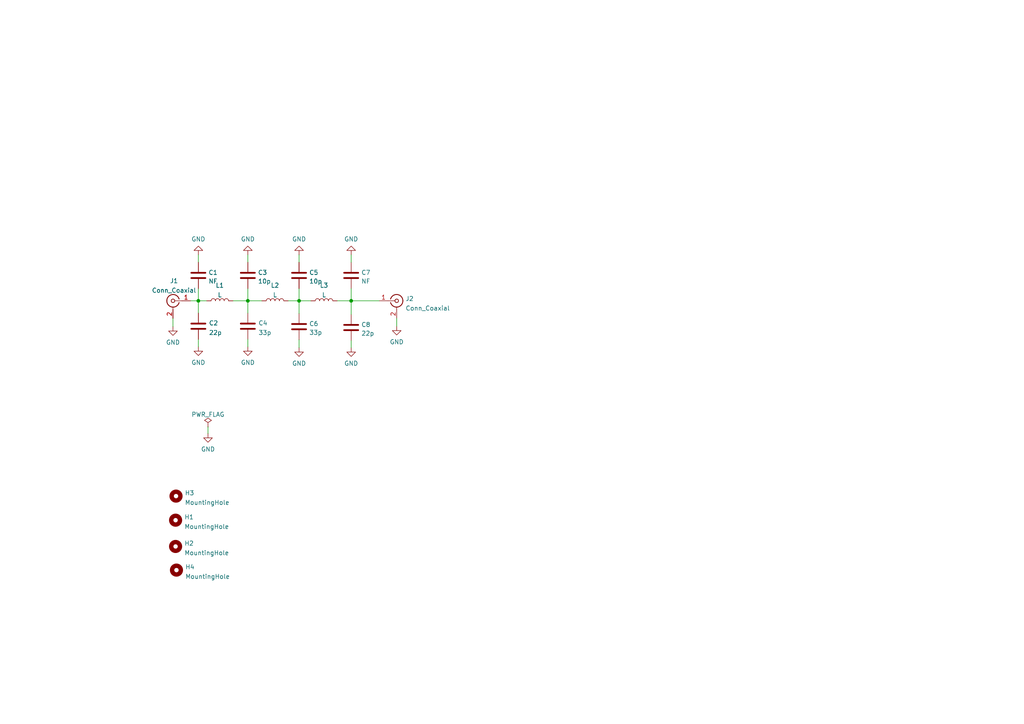
<source format=kicad_sch>
(kicad_sch (version 20211123) (generator eeschema)
  (paper "A4")
  (lib_symbols
    (symbol "Connector:Conn_Coaxial" (pin_names (offset 1.016) hide)
      (property "Reference" "J" (at 0.254 3.048 0))
      (property "Value" "Conn_Coaxial" (at 2.921 0 90))
      (symbol "Conn_Coaxial_0_1"
        (arc (start -1.778 -0.508) (mid 0.222 -1.808) (end 1.778 0) (stroke (width 0.254)))
        (polyline (pts (xy -2.54 0) (xy -0.508 0)))
        (polyline (pts (xy 0 -2.54) (xy 0 -1.778)))
        (circle (center 0 0) (radius 0.508) (stroke (width 0.2032)))
        (arc (start 1.778 0) (mid 0.222 1.8083) (end -1.778 0.508) (stroke (width 0.254)))
      )
      (symbol "Conn_Coaxial_1_1"
        (pin passive line (at -5.08 0 0) (length 2.54) (name "In") (number "1"))
        (pin passive line (at 0 -5.08 90) (length 2.54) (name "Ext") (number "2"))
      )
    )
    (symbol "Device:C" (pin_numbers hide) (pin_names (offset 0.254))
      (property "Reference" "C" (at 0.635 2.54 0))
      (property "Value" "C" (at 0.635 -2.54 0))
      (symbol "C_0_1"
        (polyline (pts (xy -2.032 -0.762) (xy 2.032 -0.762)) (stroke (width 0.508)))
        (polyline (pts (xy -2.032 0.762) (xy 2.032 0.762)) (stroke (width 0.508)))
      )
      (symbol "C_1_1"
        (pin passive line (at 0 3.81 270) (length 2.794) (name "~") (number "1"))
        (pin passive line (at 0 -3.81 90) (length 2.794) (name "~") (number "2"))
      )
    )
    (symbol "Device:L" (pin_numbers hide) (pin_names (offset 1.016) hide)
      (property "Reference" "L" (at -1.27 0 90))
      (property "Value" "L" (at 1.905 0 90))
      (symbol "L_0_1"
        (arc (start 0 -2.54) (mid 0.635 -1.905) (end 0 -1.27))
        (arc (start 0 -1.27) (mid 0.635 -0.635) (end 0 0))
        (arc (start 0 0) (mid 0.635 0.635) (end 0 1.27))
        (arc (start 0 1.27) (mid 0.635 1.905) (end 0 2.54))
      )
      (symbol "L_1_1"
        (pin passive line (at 0 3.81 270) (length 1.27) (name "1") (number "1"))
        (pin passive line (at 0 -3.81 90) (length 1.27) (name "2") (number "2"))
      )
    )
    (symbol "Mechanical:MountingHole" (pin_names (offset 1.016))
      (property "Reference" "H" (at 0 5.08 0))
      (property "Value" "MountingHole" (at 0 3.175 0))
      (symbol "MountingHole_0_1"
        (circle (center 0 0) (radius 1.27) (stroke (width 1.27)))
      )
    )
    (symbol "power:GND" (power) (pin_names (offset 0))
      (property "Value" "GND" (at 0 -3.81 0))
      (symbol "GND_0_1"
        (polyline (pts (xy 0 0) (xy 0 -1.27) (xy 1.27 -1.27) (xy 0 -2.54) (xy -1.27 -1.27) (xy 0 -1.27)))
      )
      (symbol "GND_1_1"
        (pin power_in line (at 0 0 270) (length 0) hide (name "GND") (number "1"))
      )
    )
    (symbol "power:PWR_FLAG" (power) (pin_numbers hide) (pin_names (offset 0) hide)
      (property "Value" "PWR_FLAG" (at 0 3.81 0))
      (symbol "PWR_FLAG_0_0"
        (pin power_out line (at 0 0 90) (length 0) (name "pwr") (number "1"))
      )
      (symbol "PWR_FLAG_0_1"
        (polyline (pts (xy 0 0) (xy 0 1.27) (xy -1.016 1.905) (xy 0 2.54) (xy 1.016 1.905) (xy 0 1.27)))
      )
    )
  )
  (junction (at 86.741 87.249))
  (junction (at 57.531 87.249))
  (junction (at 101.854 87.249))
  (junction (at 71.882 87.249))
  (wire (pts (xy 55.245 87.249) (xy 57.531 87.249)))
  (wire (pts (xy 57.531 87.249) (xy 57.531 90.805)))
  (wire (pts (xy 57.531 87.249) (xy 59.944 87.249)))
  (wire (pts (xy 86.741 76.073) (xy 86.741 73.914)))
  (wire (pts (xy 71.882 87.249) (xy 71.882 83.693)))
  (wire (pts (xy 71.882 87.249) (xy 75.946 87.249)))
  (wire (pts (xy 115.062 92.329) (xy 115.062 94.615)))
  (wire (pts (xy 101.854 100.838) (xy 101.854 98.806)))
  (wire (pts (xy 86.741 90.932) (xy 86.741 87.249)))
  (wire (pts (xy 57.531 87.249) (xy 57.531 83.693)))
  (wire (pts (xy 83.566 87.249) (xy 86.741 87.249)))
  (wire (pts (xy 86.741 98.552) (xy 86.741 100.838)))
  (wire (pts (xy 57.531 98.425) (xy 57.531 100.584)))
  (wire (pts (xy 71.882 76.073) (xy 71.882 73.914)))
  (wire (pts (xy 86.741 87.249) (xy 86.741 83.693)))
  (wire (pts (xy 57.531 76.073) (xy 57.531 73.914)))
  (wire (pts (xy 97.79 87.249) (xy 101.854 87.249)))
  (wire (pts (xy 101.854 87.249) (xy 101.854 83.693)))
  (wire (pts (xy 101.854 91.186) (xy 101.854 87.249)))
  (wire (pts (xy 101.854 76.073) (xy 101.854 73.914)))
  (wire (pts (xy 101.854 87.249) (xy 109.982 87.249)))
  (wire (pts (xy 71.882 87.249) (xy 71.882 90.805)))
  (wire (pts (xy 71.882 98.425) (xy 71.882 100.584)))
  (wire (pts (xy 67.564 87.249) (xy 71.882 87.249)))
  (wire (pts (xy 86.741 87.249) (xy 90.17 87.249)))
  (wire (pts (xy 60.325 123.825) (xy 60.325 125.73)))
  (wire (pts (xy 50.165 92.329) (xy 50.165 94.742)))
  (symbol (lib_id "Device:C") (at 71.882 79.883 180) (unit 1)
    (property "Reference" "C3" (at 74.803 79.0483 0) (effects (justify right)))
    (property "Value" "10p" (at 74.803 81.5852 0) (effects (justify right)))
    (property "Footprint" "Capacitor_SMD:C_0603_1608Metric" (effects hide))
  )
  (symbol (lib_id "power:GND") (at 101.854 100.838 0) (unit 1)
    (property "Reference" "#PWR010" (effects hide))
    (property "Value" "GND" (at 101.854 105.4005 0))
  )
  (symbol (lib_id "Device:L") (at 93.98 87.249 90) (unit 1)
    (property "Reference" "L3" (at 93.98 82.7745 90))
    (property "Value" "L" (at 93.98 85.5496 90))
    (property "Footprint" "Inductor_SMD:L_Neosid_Air-Coil_SML_3turn_HDM0331A" (effects hide))
  )
  (symbol (lib_id "power:GND") (at 86.741 100.838 0) (unit 1)
    (property "Reference" "#PWR08" (effects hide))
    (property "Value" "GND" (at 86.741 105.4005 0))
  )
  (symbol (lib_id "power:GND") (at 60.325 125.73 0) (unit 1)
    (property "Reference" "#PWR04" (effects hide))
    (property "Value" "GND" (at 60.325 130.2925 0))
  )
  (symbol (lib_id "Mechanical:MountingHole") (at 51.054 143.891 0) (unit 1)
    (property "Reference" "H3" (at 53.594 142.9825 0) (effects (justify left)))
    (property "Value" "MountingHole" (at 53.594 145.7576 0) (effects (justify left)))
    (property "Footprint" "MountingHole:MountingHole_2.2mm_M2_DIN965" (effects hide))
  )
  (symbol (lib_id "Connector:Conn_Coaxial") (at 50.165 87.249 0) (mirror y) (unit 1)
    (property "Reference" "J1" (at 50.4824 81.4559 0))
    (property "Value" "Conn_Coaxial" (at 50.4824 84.231 0))
    (property "Footprint" "Connector_Coaxial:SMA_Samtec_SMA-J-P-X-ST-EM1_EdgeMount" (effects hide))
    (property "Datasheet" " ~" (effects hide))
  )
  (symbol (lib_id "power:GND") (at 50.165 94.742 0) (unit 1)
    (property "Reference" "#PWR01" (effects hide))
    (property "Value" "GND" (at 50.165 99.3045 0))
  )
  (symbol (lib_id "Mechanical:MountingHole") (at 50.927 158.496 0) (unit 1)
    (property "Reference" "H2" (at 53.467 157.5875 0) (effects (justify left)))
    (property "Value" "MountingHole" (at 53.467 160.3626 0) (effects (justify left)))
    (property "Footprint" "MountingHole:MountingHole_2.2mm_M2_DIN965" (effects hide))
  )
  (symbol (lib_id "Device:C") (at 71.882 94.615 0) (unit 1)
    (property "Reference" "C4" (at 74.93 93.7065 0) (effects (justify left)))
    (property "Value" "33p" (at 74.93 96.4816 0) (effects (justify left)))
    (property "Footprint" "Capacitor_SMD:C_0603_1608Metric" (effects hide))
  )
  (symbol (lib_id "Device:C") (at 101.854 79.883 180) (unit 1)
    (property "Reference" "C7" (at 104.775 79.0483 0) (effects (justify right)))
    (property "Value" "NF" (at 104.775 81.5852 0) (effects (justify right)))
    (property "Footprint" "Capacitor_SMD:C_0603_1608Metric" (effects hide))
  )
  (symbol (lib_id "power:GND") (at 115.062 94.615 0) (unit 1)
    (property "Reference" "#PWR011" (effects hide))
    (property "Value" "GND" (at 115.062 99.1775 0))
  )
  (symbol (lib_id "power:GND") (at 57.531 100.584 0) (unit 1)
    (property "Reference" "#PWR03" (effects hide))
    (property "Value" "GND" (at 57.531 105.1465 0))
  )
  (symbol (lib_id "Mechanical:MountingHole") (at 51.181 165.354 0) (unit 1)
    (property "Reference" "H4" (at 53.721 164.4455 0) (effects (justify left)))
    (property "Value" "MountingHole" (at 53.721 167.2206 0) (effects (justify left)))
    (property "Footprint" "MountingHole:MountingHole_2.2mm_M2_DIN965" (effects hide))
  )
  (symbol (lib_id "Device:L") (at 63.754 87.249 90) (unit 1)
    (property "Reference" "L1" (at 63.754 82.7745 90))
    (property "Value" "L" (at 63.754 85.5496 90))
    (property "Footprint" "Inductor_SMD:L_Neosid_Air-Coil_SML_3turn_HDM0331A" (effects hide))
  )
  (symbol (lib_id "power:GND") (at 86.741 73.914 180) (unit 1)
    (property "Reference" "#PWR07" (effects hide))
    (property "Value" "GND" (at 86.741 69.3515 0))
  )
  (symbol (lib_id "power:GND") (at 101.854 73.914 180) (unit 1)
    (property "Reference" "#PWR09" (effects hide))
    (property "Value" "GND" (at 101.854 69.3515 0))
  )
  (symbol (lib_id "Device:C") (at 57.531 94.615 0) (unit 1)
    (property "Reference" "C2" (at 60.579 93.7065 0) (effects (justify left)))
    (property "Value" "22p" (at 60.579 96.4816 0) (effects (justify left)))
    (property "Footprint" "Capacitor_SMD:C_0603_1608Metric" (effects hide))
  )
  (symbol (lib_id "power:PWR_FLAG") (at 60.325 123.825 0) (unit 1)
    (property "Reference" "#FLG01" (effects hide))
    (property "Value" "PWR_FLAG" (at 60.325 120.2205 0))
  )
  (symbol (lib_id "Device:C") (at 86.741 79.883 180) (unit 1)
    (property "Reference" "C5" (at 89.662 79.0483 0) (effects (justify right)))
    (property "Value" "10p" (at 89.662 81.5852 0) (effects (justify right)))
    (property "Footprint" "Capacitor_SMD:C_0603_1608Metric" (effects hide))
  )
  (symbol (lib_id "power:GND") (at 71.882 100.584 0) (unit 1)
    (property "Reference" "#PWR06" (effects hide))
    (property "Value" "GND" (at 71.882 105.1465 0))
  )
  (symbol (lib_id "Device:C") (at 101.854 94.996 0) (unit 1)
    (property "Reference" "C8" (at 104.775 94.1613 0) (effects (justify left)))
    (property "Value" "22p" (at 104.775 96.6982 0) (effects (justify left)))
    (property "Footprint" "Capacitor_SMD:C_0603_1608Metric" (effects hide))
  )
  (symbol (lib_id "Mechanical:MountingHole") (at 50.927 150.876 0) (unit 1)
    (property "Reference" "H1" (at 53.467 149.9675 0) (effects (justify left)))
    (property "Value" "MountingHole" (at 53.467 152.7426 0) (effects (justify left)))
    (property "Footprint" "MountingHole:MountingHole_2.2mm_M2_DIN965" (effects hide))
  )
  (symbol (lib_id "Connector:Conn_Coaxial") (at 115.062 87.249 0) (unit 1)
    (property "Reference" "J2" (at 117.602 86.6337 0) (effects (justify left)))
    (property "Value" "Conn_Coaxial" (at 117.602 89.4088 0) (effects (justify left)))
    (property "Footprint" "Connector_Coaxial:SMA_Samtec_SMA-J-P-X-ST-EM1_EdgeMount" (effects hide))
    (property "Datasheet" " ~" (effects hide))
  )
  (symbol (lib_id "Device:C") (at 86.741 94.742 0) (unit 1)
    (property "Reference" "C6" (at 89.662 93.9073 0) (effects (justify left)))
    (property "Value" "33p" (at 89.662 96.4442 0) (effects (justify left)))
    (property "Footprint" "Capacitor_SMD:C_0603_1608Metric" (effects hide))
  )
  (symbol (lib_id "Device:L") (at 79.756 87.249 90) (unit 1)
    (property "Reference" "L2" (at 79.756 82.7745 90))
    (property "Value" "L" (at 79.756 85.5496 90))
    (property "Footprint" "Inductor_SMD:L_Neosid_Air-Coil_SML_3turn_HDM0331A" (effects hide))
  )
  (symbol (lib_id "Device:C") (at 57.531 79.883 180) (unit 1)
    (property "Reference" "C1" (at 60.452 79.0483 0) (effects (justify right)))
    (property "Value" "NF" (at 60.452 81.5852 0) (effects (justify right)))
    (property "Footprint" "Capacitor_SMD:C_0603_1608Metric" (effects hide))
  )
  (symbol (lib_id "power:GND") (at 71.882 73.914 180) (unit 1)
    (property "Reference" "#PWR05" (effects hide))
    (property "Value" "GND" (at 71.882 69.3515 0))
  )
  (symbol (lib_id "power:GND") (at 57.531 73.914 180) (unit 1)
    (property "Reference" "#PWR02" (effects hide))
    (property "Value" "GND" (at 57.531 69.3515 0))
  )
)
</source>
